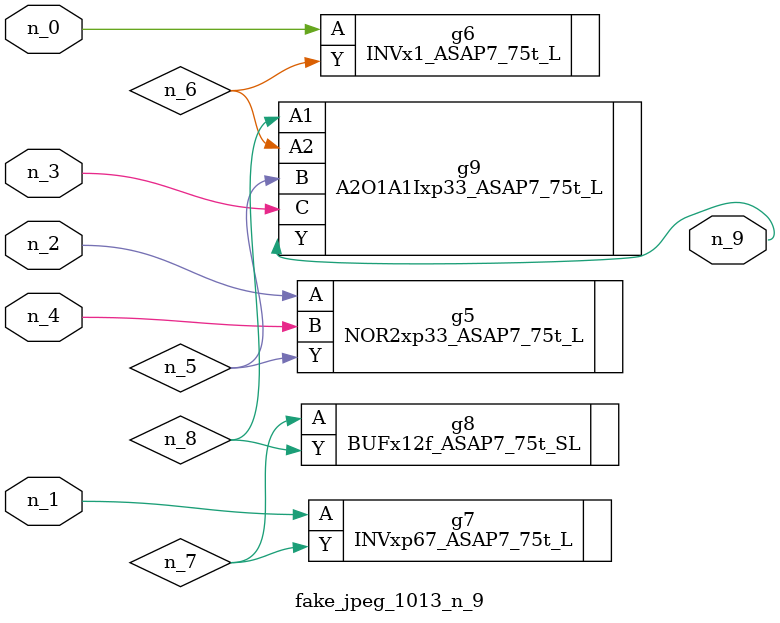
<source format=v>
module fake_jpeg_1013_n_9 (n_3, n_2, n_1, n_0, n_4, n_9);

input n_3;
input n_2;
input n_1;
input n_0;
input n_4;

output n_9;

wire n_8;
wire n_6;
wire n_5;
wire n_7;

NOR2xp33_ASAP7_75t_L g5 ( 
.A(n_2),
.B(n_4),
.Y(n_5)
);

INVx1_ASAP7_75t_L g6 ( 
.A(n_0),
.Y(n_6)
);

INVxp67_ASAP7_75t_L g7 ( 
.A(n_1),
.Y(n_7)
);

BUFx12f_ASAP7_75t_SL g8 ( 
.A(n_7),
.Y(n_8)
);

A2O1A1Ixp33_ASAP7_75t_L g9 ( 
.A1(n_8),
.A2(n_6),
.B(n_5),
.C(n_3),
.Y(n_9)
);


endmodule
</source>
